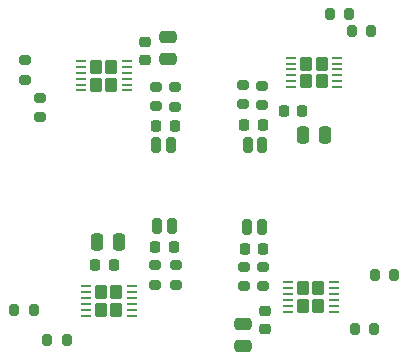
<source format=gbr>
G04 #@! TF.GenerationSoftware,KiCad,Pcbnew,8.0.6*
G04 #@! TF.CreationDate,2025-01-16T18:06:10-08:00*
G04 #@! TF.ProjectId,levitas_daughterboard,6c657669-7461-4735-9f64-617567687465,rev?*
G04 #@! TF.SameCoordinates,Original*
G04 #@! TF.FileFunction,Paste,Bot*
G04 #@! TF.FilePolarity,Positive*
%FSLAX46Y46*%
G04 Gerber Fmt 4.6, Leading zero omitted, Abs format (unit mm)*
G04 Created by KiCad (PCBNEW 8.0.6) date 2025-01-16 18:06:10*
%MOMM*%
%LPD*%
G01*
G04 APERTURE LIST*
G04 Aperture macros list*
%AMRoundRect*
0 Rectangle with rounded corners*
0 $1 Rounding radius*
0 $2 $3 $4 $5 $6 $7 $8 $9 X,Y pos of 4 corners*
0 Add a 4 corners polygon primitive as box body*
4,1,4,$2,$3,$4,$5,$6,$7,$8,$9,$2,$3,0*
0 Add four circle primitives for the rounded corners*
1,1,$1+$1,$2,$3*
1,1,$1+$1,$4,$5*
1,1,$1+$1,$6,$7*
1,1,$1+$1,$8,$9*
0 Add four rect primitives between the rounded corners*
20,1,$1+$1,$2,$3,$4,$5,0*
20,1,$1+$1,$4,$5,$6,$7,0*
20,1,$1+$1,$6,$7,$8,$9,0*
20,1,$1+$1,$8,$9,$2,$3,0*%
G04 Aperture macros list end*
%ADD10RoundRect,0.200000X0.275000X-0.200000X0.275000X0.200000X-0.275000X0.200000X-0.275000X-0.200000X0*%
%ADD11RoundRect,0.250000X0.275000X0.355000X-0.275000X0.355000X-0.275000X-0.355000X0.275000X-0.355000X0*%
%ADD12RoundRect,0.062500X0.375000X0.062500X-0.375000X0.062500X-0.375000X-0.062500X0.375000X-0.062500X0*%
%ADD13RoundRect,0.225000X-0.225000X-0.250000X0.225000X-0.250000X0.225000X0.250000X-0.225000X0.250000X0*%
%ADD14RoundRect,0.250000X-0.475000X0.250000X-0.475000X-0.250000X0.475000X-0.250000X0.475000X0.250000X0*%
%ADD15RoundRect,0.218750X-0.218750X-0.256250X0.218750X-0.256250X0.218750X0.256250X-0.218750X0.256250X0*%
%ADD16RoundRect,0.200000X-0.275000X0.200000X-0.275000X-0.200000X0.275000X-0.200000X0.275000X0.200000X0*%
%ADD17RoundRect,0.200000X0.200000X0.275000X-0.200000X0.275000X-0.200000X-0.275000X0.200000X-0.275000X0*%
%ADD18RoundRect,0.225000X0.250000X-0.225000X0.250000X0.225000X-0.250000X0.225000X-0.250000X-0.225000X0*%
%ADD19RoundRect,0.218750X0.218750X0.256250X-0.218750X0.256250X-0.218750X-0.256250X0.218750X-0.256250X0*%
%ADD20RoundRect,0.208750X0.208750X0.431250X-0.208750X0.431250X-0.208750X-0.431250X0.208750X-0.431250X0*%
%ADD21RoundRect,0.208750X-0.208750X-0.431250X0.208750X-0.431250X0.208750X0.431250X-0.208750X0.431250X0*%
%ADD22RoundRect,0.200000X-0.200000X-0.275000X0.200000X-0.275000X0.200000X0.275000X-0.200000X0.275000X0*%
%ADD23RoundRect,0.250000X0.250000X0.475000X-0.250000X0.475000X-0.250000X-0.475000X0.250000X-0.475000X0*%
%ADD24RoundRect,0.250000X-0.250000X-0.475000X0.250000X-0.475000X0.250000X0.475000X-0.250000X0.475000X0*%
%ADD25RoundRect,0.225000X-0.250000X0.225000X-0.250000X-0.225000X0.250000X-0.225000X0.250000X0.225000X0*%
%ADD26RoundRect,0.250000X-0.275000X-0.355000X0.275000X-0.355000X0.275000X0.355000X-0.275000X0.355000X0*%
%ADD27RoundRect,0.062500X-0.375000X-0.062500X0.375000X-0.062500X0.375000X0.062500X-0.375000X0.062500X0*%
%ADD28RoundRect,0.225000X0.225000X0.250000X-0.225000X0.250000X-0.225000X-0.250000X0.225000X-0.250000X0*%
%ADD29RoundRect,0.250000X0.475000X-0.250000X0.475000X0.250000X-0.475000X0.250000X-0.475000X-0.250000X0*%
G04 APERTURE END LIST*
D10*
G04 #@! TO.C,R15*
X147650200Y-81864200D03*
X147650200Y-80214200D03*
G04 #@! TD*
G04 #@! TO.C,R11*
X140233400Y-82016600D03*
X140233400Y-80366600D03*
G04 #@! TD*
D11*
G04 #@! TO.C,U2*
X153996900Y-98951800D03*
X153996900Y-97451800D03*
X152696900Y-98951800D03*
X152696900Y-97451800D03*
D12*
X155284400Y-96951800D03*
X155284400Y-97451800D03*
X155284400Y-97951800D03*
X155284400Y-98451800D03*
X155284400Y-98951800D03*
X155284400Y-99451800D03*
X151409400Y-99451800D03*
X151409400Y-98951800D03*
X151409400Y-98451800D03*
X151409400Y-97951800D03*
X151409400Y-97451800D03*
X151409400Y-96951800D03*
G04 #@! TD*
D13*
G04 #@! TO.C,C2*
X135115000Y-95504000D03*
X136665000Y-95504000D03*
G04 #@! TD*
D14*
G04 #@! TO.C,C7*
X141274800Y-76164400D03*
X141274800Y-78064400D03*
G04 #@! TD*
D11*
G04 #@! TO.C,U4*
X154276300Y-79916400D03*
X154276300Y-78416400D03*
X152976300Y-79916400D03*
X152976300Y-78416400D03*
D12*
X155563800Y-77916400D03*
X155563800Y-78416400D03*
X155563800Y-78916400D03*
X155563800Y-79416400D03*
X155563800Y-79916400D03*
X155563800Y-80416400D03*
X151688800Y-80416400D03*
X151688800Y-79916400D03*
X151688800Y-79416400D03*
X151688800Y-78916400D03*
X151688800Y-78416400D03*
X151688800Y-77916400D03*
G04 #@! TD*
D15*
G04 #@! TO.C,L4*
X147700900Y-83591400D03*
X149275900Y-83591400D03*
G04 #@! TD*
D16*
G04 #@! TO.C,R7*
X149301200Y-95631000D03*
X149301200Y-97281000D03*
G04 #@! TD*
D15*
G04 #@! TO.C,L3*
X140284200Y-83667600D03*
X141859200Y-83667600D03*
G04 #@! TD*
D17*
G04 #@! TO.C,R13*
X158482800Y-75692000D03*
X156832800Y-75692000D03*
G04 #@! TD*
G04 #@! TO.C,R14*
X156615400Y-74193400D03*
X154965400Y-74193400D03*
G04 #@! TD*
D10*
G04 #@! TO.C,R10*
X130454400Y-82968600D03*
X130454400Y-81318600D03*
G04 #@! TD*
D18*
G04 #@! TO.C,C5*
X149479000Y-100914800D03*
X149479000Y-99364800D03*
G04 #@! TD*
D19*
G04 #@! TO.C,L2*
X149352000Y-94132400D03*
X147777000Y-94132400D03*
G04 #@! TD*
D20*
G04 #@! TO.C,C3*
X141597500Y-92202000D03*
X140342500Y-92202000D03*
G04 #@! TD*
D21*
G04 #@! TO.C,C12*
X148013300Y-85318600D03*
X149268300Y-85318600D03*
G04 #@! TD*
D22*
G04 #@! TO.C,R5*
X157061400Y-100888800D03*
X158711400Y-100888800D03*
G04 #@! TD*
D23*
G04 #@! TO.C,C10*
X154594600Y-84429600D03*
X152694600Y-84429600D03*
G04 #@! TD*
D10*
G04 #@! TO.C,R12*
X141859000Y-82054200D03*
X141859000Y-80404200D03*
G04 #@! TD*
D24*
G04 #@! TO.C,C1*
X135260000Y-93538000D03*
X137160000Y-93538000D03*
G04 #@! TD*
D20*
G04 #@! TO.C,C6*
X149192100Y-92278200D03*
X147937100Y-92278200D03*
G04 #@! TD*
D25*
G04 #@! TO.C,C8*
X139319000Y-76593400D03*
X139319000Y-78143400D03*
G04 #@! TD*
D10*
G04 #@! TO.C,R16*
X149250400Y-81940400D03*
X149250400Y-80290400D03*
G04 #@! TD*
D26*
G04 #@! TO.C,U3*
X135182100Y-78695800D03*
X135182100Y-80195800D03*
X136482100Y-78695800D03*
X136482100Y-80195800D03*
D27*
X133894600Y-80695800D03*
X133894600Y-80195800D03*
X133894600Y-79695800D03*
X133894600Y-79195800D03*
X133894600Y-78695800D03*
X133894600Y-78195800D03*
X137769600Y-78195800D03*
X137769600Y-78695800D03*
X137769600Y-79195800D03*
X137769600Y-79695800D03*
X137769600Y-80195800D03*
X137769600Y-80695800D03*
G04 #@! TD*
D22*
G04 #@! TO.C,R2*
X131064000Y-101854000D03*
X132714000Y-101854000D03*
G04 #@! TD*
G04 #@! TO.C,R1*
X128270000Y-99314000D03*
X129920000Y-99314000D03*
G04 #@! TD*
D16*
G04 #@! TO.C,R3*
X141986000Y-95504000D03*
X141986000Y-97154000D03*
G04 #@! TD*
G04 #@! TO.C,R4*
X140208000Y-95504000D03*
X140208000Y-97154000D03*
G04 #@! TD*
G04 #@! TO.C,R9*
X129133600Y-78155800D03*
X129133600Y-79805800D03*
G04 #@! TD*
D21*
G04 #@! TO.C,C9*
X140266300Y-85344000D03*
X141521300Y-85344000D03*
G04 #@! TD*
D28*
G04 #@! TO.C,C11*
X152616200Y-82473800D03*
X151066200Y-82473800D03*
G04 #@! TD*
D26*
G04 #@! TO.C,U1*
X135606000Y-97790000D03*
X135606000Y-99290000D03*
X136906000Y-97790000D03*
X136906000Y-99290000D03*
D27*
X134318500Y-99790000D03*
X134318500Y-99290000D03*
X134318500Y-98790000D03*
X134318500Y-98290000D03*
X134318500Y-97790000D03*
X134318500Y-97290000D03*
X138193500Y-97290000D03*
X138193500Y-97790000D03*
X138193500Y-98290000D03*
X138193500Y-98790000D03*
X138193500Y-99290000D03*
X138193500Y-99790000D03*
G04 #@! TD*
D29*
G04 #@! TO.C,C4*
X147599400Y-102372200D03*
X147599400Y-100472200D03*
G04 #@! TD*
D16*
G04 #@! TO.C,R8*
X147701000Y-95631000D03*
X147701000Y-97281000D03*
G04 #@! TD*
D19*
G04 #@! TO.C,L1*
X141783000Y-93980000D03*
X140208000Y-93980000D03*
G04 #@! TD*
D17*
G04 #@! TO.C,R6*
X160413200Y-96342200D03*
X158763200Y-96342200D03*
G04 #@! TD*
M02*

</source>
